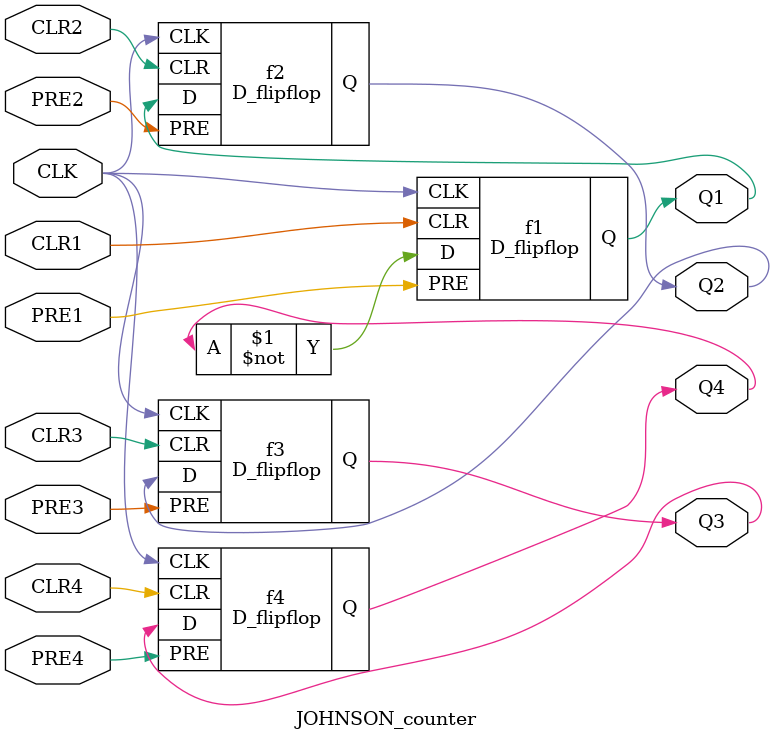
<source format=v>
module D_flipflop(input D,input CLK,input CLR,input PRE ,output reg Q );
  initial Q=0;
  always @(negedge CLK or negedge PRE or negedge CLR) begin
    if (!CLR) begin
      Q<=0;
    end else if (!PRE) begin
      Q<=1;
    end
    else if(D==1) begin
      Q<=1;
    end
      else begin
        Q<=0;
      end
  end
endmodule


module JOHNSON_counter(input CLK,input CLR1,input CLR2,input CLR3,input CLR4, input PRE1,input PRE2,input PRE3,input PRE4,output Q1,output Q2, output Q3,output Q4); 
  D_flipflop f1(~Q4,CLK,CLR1,PRE1,Q1);
  D_flipflop f2(Q1,CLK,CLR2,PRE2,Q2);
  D_flipflop f3(Q2,CLK,CLR3,PRE3,Q3);
  D_flipflop f4(Q3,CLK,CLR4,PRE4,Q4);
endmodule

</source>
